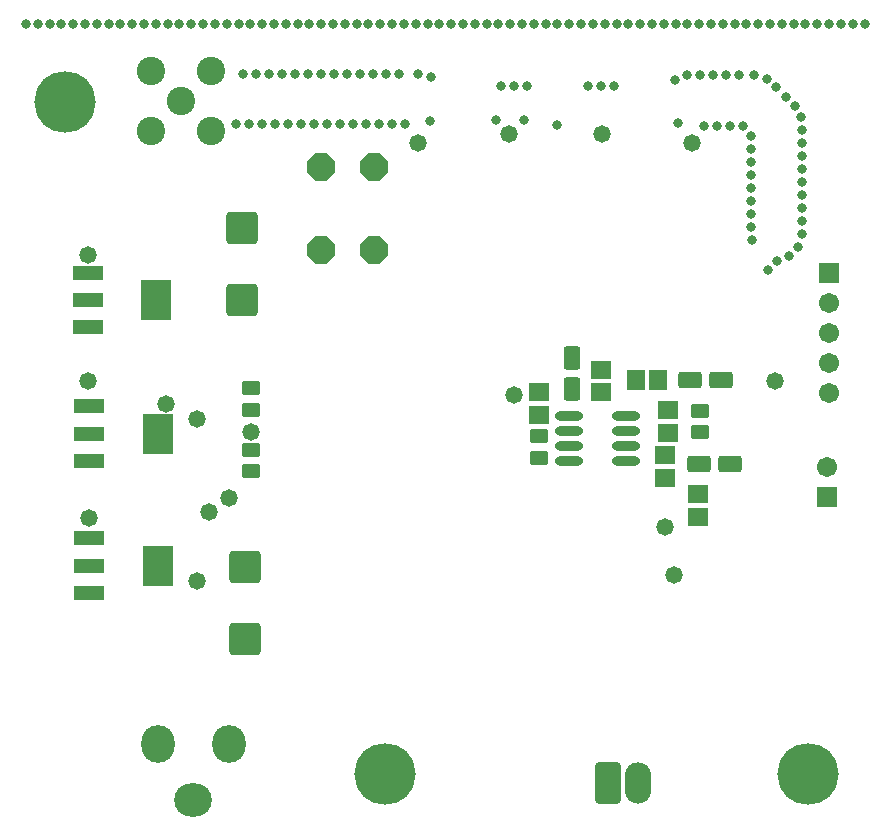
<source format=gbs>
G04 Layer_Color=16711935*
%FSLAX25Y25*%
%MOIN*%
G70*
G01*
G75*
%ADD52R,0.06706X0.05918*%
%ADD53R,0.05918X0.06706*%
%ADD54R,0.06706X0.06706*%
G04:AMPARAMS|DCode=56|XSize=63.12mil|YSize=47.37mil|CornerRadius=8.92mil|HoleSize=0mil|Usage=FLASHONLY|Rotation=180.000|XOffset=0mil|YOffset=0mil|HoleType=Round|Shape=RoundedRectangle|*
%AMROUNDEDRECTD56*
21,1,0.06312,0.02953,0,0,180.0*
21,1,0.04528,0.04737,0,0,180.0*
1,1,0.01784,-0.02264,0.01476*
1,1,0.01784,0.02264,0.01476*
1,1,0.01784,0.02264,-0.01476*
1,1,0.01784,-0.02264,-0.01476*
%
%ADD56ROUNDEDRECTD56*%
G04:AMPARAMS|DCode=57|XSize=104.46mil|YSize=108.39mil|CornerRadius=13.65mil|HoleSize=0mil|Usage=FLASHONLY|Rotation=180.000|XOffset=0mil|YOffset=0mil|HoleType=Round|Shape=RoundedRectangle|*
%AMROUNDEDRECTD57*
21,1,0.10446,0.08110,0,0,180.0*
21,1,0.07717,0.10839,0,0,180.0*
1,1,0.02729,-0.03858,0.04055*
1,1,0.02729,0.03858,0.04055*
1,1,0.02729,0.03858,-0.04055*
1,1,0.02729,-0.03858,-0.04055*
%
%ADD57ROUNDEDRECTD57*%
%ADD58C,0.05800*%
%ADD61O,0.09461X0.03162*%
%ADD63O,0.08800X0.13800*%
G04:AMPARAMS|DCode=64|XSize=138mil|YSize=88mil|CornerRadius=14mil|HoleSize=0mil|Usage=FLASHONLY|Rotation=90.000|XOffset=0mil|YOffset=0mil|HoleType=Round|Shape=RoundedRectangle|*
%AMROUNDEDRECTD64*
21,1,0.13800,0.06000,0,0,90.0*
21,1,0.11000,0.08800,0,0,90.0*
1,1,0.02800,0.03000,0.05500*
1,1,0.02800,0.03000,-0.05500*
1,1,0.02800,-0.03000,-0.05500*
1,1,0.02800,-0.03000,0.05500*
%
%ADD64ROUNDEDRECTD64*%
%ADD66P,0.09815X8X292.5*%
%ADD67O,0.12611X0.11036*%
%ADD68O,0.11036X0.12611*%
%ADD69C,0.06706*%
%ADD70C,0.06800*%
G04:AMPARAMS|DCode=71|XSize=68mil|YSize=68mil|CornerRadius=11.5mil|HoleSize=0mil|Usage=FLASHONLY|Rotation=90.000|XOffset=0mil|YOffset=0mil|HoleType=Round|Shape=RoundedRectangle|*
%AMROUNDEDRECTD71*
21,1,0.06800,0.04500,0,0,90.0*
21,1,0.04500,0.06800,0,0,90.0*
1,1,0.02300,0.02250,0.02250*
1,1,0.02300,0.02250,-0.02250*
1,1,0.02300,-0.02250,-0.02250*
1,1,0.02300,-0.02250,0.02250*
%
%ADD71ROUNDEDRECTD71*%
%ADD72C,0.09461*%
%ADD73C,0.20485*%
%ADD74C,0.03162*%
G04:AMPARAMS|DCode=75|XSize=78.87mil|YSize=55.24mil|CornerRadius=9.91mil|HoleSize=0mil|Usage=FLASHONLY|Rotation=0.000|XOffset=0mil|YOffset=0mil|HoleType=Round|Shape=RoundedRectangle|*
%AMROUNDEDRECTD75*
21,1,0.07887,0.03543,0,0,0.0*
21,1,0.05906,0.05524,0,0,0.0*
1,1,0.01981,0.02953,-0.01772*
1,1,0.01981,-0.02953,-0.01772*
1,1,0.01981,-0.02953,0.01772*
1,1,0.01981,0.02953,0.01772*
%
%ADD75ROUNDEDRECTD75*%
G04:AMPARAMS|DCode=76|XSize=78.87mil|YSize=55.24mil|CornerRadius=9.91mil|HoleSize=0mil|Usage=FLASHONLY|Rotation=90.000|XOffset=0mil|YOffset=0mil|HoleType=Round|Shape=RoundedRectangle|*
%AMROUNDEDRECTD76*
21,1,0.07887,0.03543,0,0,90.0*
21,1,0.05906,0.05524,0,0,90.0*
1,1,0.01981,0.01772,0.02953*
1,1,0.01981,0.01772,-0.02953*
1,1,0.01981,-0.01772,-0.02953*
1,1,0.01981,-0.01772,0.02953*
%
%ADD76ROUNDEDRECTD76*%
%ADD77R,0.10249X0.04737*%
%ADD78R,0.10249X0.13792*%
D52*
X1437500Y1006260D02*
D03*
Y1013740D02*
D03*
X1416000Y1034760D02*
D03*
Y1042240D02*
D03*
X1438500Y1028740D02*
D03*
Y1021260D02*
D03*
X1395500Y1034740D02*
D03*
Y1027260D02*
D03*
X1448500Y1000740D02*
D03*
Y993260D02*
D03*
D53*
X1435240Y1039000D02*
D03*
X1427760D02*
D03*
D54*
X1491500Y1000000D02*
D03*
X1492000Y1074500D02*
D03*
D56*
X1299500Y1008457D02*
D03*
Y1015543D02*
D03*
X1395500Y1012957D02*
D03*
Y1020043D02*
D03*
X1449000Y1028543D02*
D03*
Y1021457D02*
D03*
X1299500Y1028957D02*
D03*
Y1036043D02*
D03*
D57*
X1297500Y952591D02*
D03*
Y976409D02*
D03*
X1296500Y1089409D02*
D03*
Y1065591D02*
D03*
D58*
X1446500Y1118000D02*
D03*
X1416500Y1121000D02*
D03*
X1385500D02*
D03*
X1355000Y1118000D02*
D03*
X1292000Y999500D02*
D03*
X1285500Y995000D02*
D03*
X1440500Y974000D02*
D03*
X1437500Y990000D02*
D03*
X1474000Y1038500D02*
D03*
X1387000Y1034000D02*
D03*
X1299500Y1021500D02*
D03*
X1271000Y1031000D02*
D03*
X1281500Y1026000D02*
D03*
X1245000Y1038500D02*
D03*
Y1080500D02*
D03*
X1245500Y993000D02*
D03*
X1281500Y972000D02*
D03*
D61*
X1405551Y1012000D02*
D03*
Y1017000D02*
D03*
Y1022000D02*
D03*
Y1027000D02*
D03*
X1424449Y1012000D02*
D03*
Y1017000D02*
D03*
Y1022000D02*
D03*
Y1027000D02*
D03*
D63*
X1428500Y904500D02*
D03*
D64*
X1418500D02*
D03*
D66*
X1322642Y1109779D02*
D03*
X1340358D02*
D03*
X1322642Y1082220D02*
D03*
X1340358D02*
D03*
D67*
X1280126Y898996D02*
D03*
D68*
X1268315Y917500D02*
D03*
X1291937D02*
D03*
D69*
X1491500Y1010000D02*
D03*
X1492000Y1034500D02*
D03*
Y1044500D02*
D03*
Y1054500D02*
D03*
Y1064500D02*
D03*
D70*
X1428500Y907000D02*
D03*
D71*
X1418500D02*
D03*
D72*
X1276000Y1132000D02*
D03*
X1286000Y1142000D02*
D03*
X1266000D02*
D03*
X1286000Y1122000D02*
D03*
X1266000D02*
D03*
D73*
X1237500Y1131500D02*
D03*
X1344000Y907500D02*
D03*
X1485000D02*
D03*
D74*
X1420419Y1136711D02*
D03*
X1416089D02*
D03*
X1411758D02*
D03*
X1401500Y1124000D02*
D03*
X1390500Y1125500D02*
D03*
X1391436Y1136892D02*
D03*
X1387106D02*
D03*
X1382775D02*
D03*
X1381000Y1125500D02*
D03*
X1462145Y1140462D02*
D03*
X1457814D02*
D03*
X1453483D02*
D03*
X1449153D02*
D03*
X1444823Y1140396D02*
D03*
X1440740Y1138952D02*
D03*
X1441735Y1124454D02*
D03*
X1450299Y1123538D02*
D03*
X1454629D02*
D03*
X1458960D02*
D03*
X1463291D02*
D03*
X1466038Y1120190D02*
D03*
Y1115859D02*
D03*
Y1111529D02*
D03*
Y1107198D02*
D03*
Y1102867D02*
D03*
Y1098537D02*
D03*
Y1094206D02*
D03*
Y1089875D02*
D03*
X1466285Y1085552D02*
D03*
X1471646Y1075528D02*
D03*
X1474731Y1078568D02*
D03*
X1478741Y1080204D02*
D03*
X1481801Y1083268D02*
D03*
X1482955Y1087442D02*
D03*
X1482962Y1091773D02*
D03*
Y1096103D02*
D03*
Y1100434D02*
D03*
Y1104765D02*
D03*
Y1109096D02*
D03*
Y1113426D02*
D03*
Y1117757D02*
D03*
Y1122088D02*
D03*
X1482724Y1126412D02*
D03*
X1480696Y1130238D02*
D03*
X1477650Y1133317D02*
D03*
X1474588Y1136379D02*
D03*
X1471337Y1139240D02*
D03*
X1467176Y1140439D02*
D03*
X1348697Y1140962D02*
D03*
X1344366D02*
D03*
X1340036D02*
D03*
X1335705D02*
D03*
X1331374D02*
D03*
X1327044D02*
D03*
X1322713D02*
D03*
X1318382D02*
D03*
X1314052D02*
D03*
X1309721D02*
D03*
X1305390D02*
D03*
X1301059D02*
D03*
X1296729D02*
D03*
X1294434Y1124038D02*
D03*
X1298765D02*
D03*
X1303095D02*
D03*
X1307426D02*
D03*
X1311757D02*
D03*
X1316087D02*
D03*
X1320418D02*
D03*
X1324749D02*
D03*
X1329080D02*
D03*
X1333410D02*
D03*
X1337741D02*
D03*
X1342072D02*
D03*
X1346402D02*
D03*
X1350733D02*
D03*
X1359237Y1125202D02*
D03*
X1359337Y1139740D02*
D03*
X1355176Y1140939D02*
D03*
X1224410Y1157481D02*
D03*
X1228347D02*
D03*
X1232284D02*
D03*
X1236221D02*
D03*
X1240158D02*
D03*
X1244095D02*
D03*
X1248032D02*
D03*
X1251969D02*
D03*
X1255906D02*
D03*
X1259843D02*
D03*
X1263780D02*
D03*
X1267717D02*
D03*
X1271654D02*
D03*
X1275591D02*
D03*
X1279528D02*
D03*
X1283465D02*
D03*
X1287402D02*
D03*
X1291339D02*
D03*
X1295276D02*
D03*
X1299213D02*
D03*
X1303150D02*
D03*
X1307087D02*
D03*
X1311024D02*
D03*
X1314961D02*
D03*
X1318898D02*
D03*
X1322835D02*
D03*
X1326772D02*
D03*
X1330709D02*
D03*
X1334646D02*
D03*
X1338583D02*
D03*
X1342520D02*
D03*
X1346457D02*
D03*
X1350394D02*
D03*
X1354331D02*
D03*
X1358268D02*
D03*
X1362206D02*
D03*
X1366142D02*
D03*
X1370080D02*
D03*
X1374016D02*
D03*
X1377954D02*
D03*
X1381890D02*
D03*
X1385828D02*
D03*
X1389764D02*
D03*
X1393701D02*
D03*
X1397639D02*
D03*
X1401576D02*
D03*
X1405513D02*
D03*
X1409450D02*
D03*
X1413387D02*
D03*
X1417324D02*
D03*
X1421261D02*
D03*
X1425198D02*
D03*
X1429135D02*
D03*
X1433072D02*
D03*
X1437009D02*
D03*
X1440946D02*
D03*
X1444883D02*
D03*
X1448820D02*
D03*
X1452757D02*
D03*
X1456694D02*
D03*
X1460631D02*
D03*
X1464568D02*
D03*
X1468505D02*
D03*
X1472442D02*
D03*
X1476379D02*
D03*
X1480316D02*
D03*
X1484253D02*
D03*
X1488190D02*
D03*
X1492127D02*
D03*
X1496064D02*
D03*
X1500001D02*
D03*
X1503938D02*
D03*
D75*
X1445882Y1039000D02*
D03*
X1456118D02*
D03*
X1459118Y1011000D02*
D03*
X1448882D02*
D03*
D76*
X1406500Y1035882D02*
D03*
Y1046118D02*
D03*
D77*
X1245583Y967945D02*
D03*
Y977000D02*
D03*
Y986055D02*
D03*
Y1011945D02*
D03*
Y1021000D02*
D03*
Y1030055D02*
D03*
X1245083Y1056445D02*
D03*
Y1065500D02*
D03*
Y1074555D02*
D03*
D78*
X1268417Y977000D02*
D03*
Y1021000D02*
D03*
X1267917Y1065500D02*
D03*
M02*

</source>
